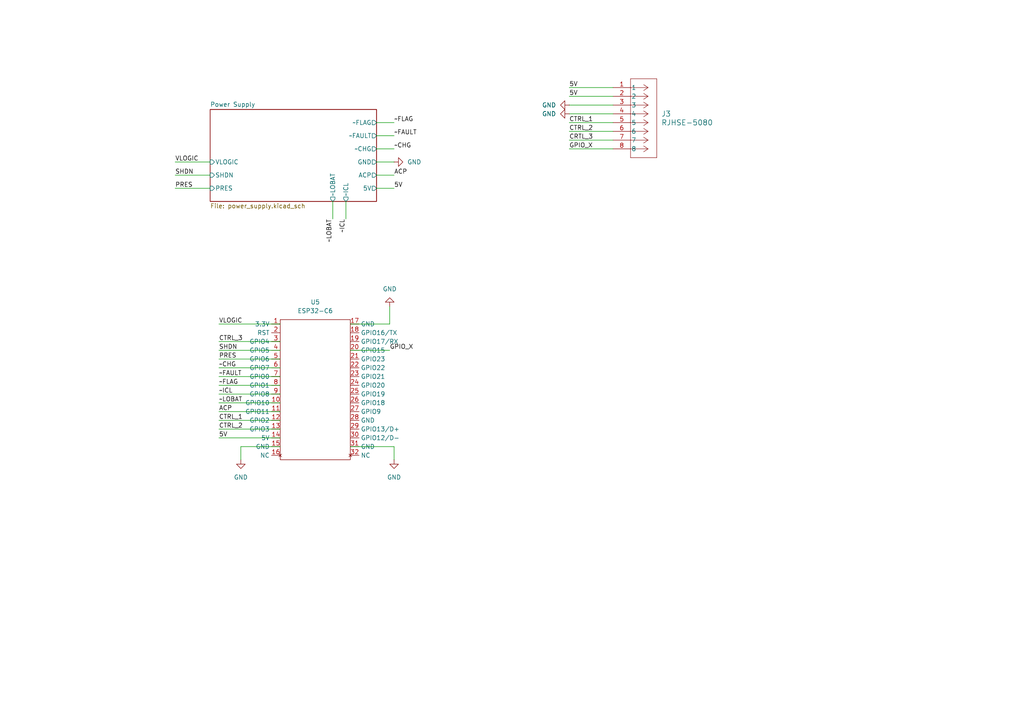
<source format=kicad_sch>
(kicad_sch (version 20250114) (generator "eeschema") (generator_version "9.0")
  (paper "A4")
  (lib_symbols
    (symbol "RJ45:RJHSE-5080" (pin_names (offset 0.254))
      (property "Reference" "J" (at 8.89 6.35 0))
      (property "Value" "RJHSE-5080" (at 0 0 0))
      (symbol "RJHSE-5080_1_1"
        (polyline (pts (xy 5.08 2.54) (xy 5.08 -20.32)) (stroke (width 0.127)))
        (polyline (pts (xy 5.08 -20.32) (xy 12.7 -20.32)) (stroke (width 0.127)))
        (polyline (pts (xy 10.16 0) (xy 5.08 0)) (stroke (width 0.127)))
        (polyline (pts (xy 10.16 0) (xy 8.89 0.8467)) (stroke (width 0.127)))
        (polyline (pts (xy 10.16 0) (xy 8.89 -0.8467)) (stroke (width 0.127)))
        (polyline (pts (xy 10.16 -2.54) (xy 5.08 -2.54)) (stroke (width 0.127)))
        (polyline (pts (xy 10.16 -2.54) (xy 8.89 -1.6933)) (stroke (width 0.127)))
        (polyline (pts (xy 10.16 -2.54) (xy 8.89 -3.3867)) (stroke (width 0.127)))
        (polyline (pts (xy 10.16 -5.08) (xy 5.08 -5.08)) (stroke (width 0.127)))
        (polyline (pts (xy 10.16 -5.08) (xy 8.89 -4.2333)) (stroke (width 0.127)))
        (polyline (pts (xy 10.16 -5.08) (xy 8.89 -5.9267)) (stroke (width 0.127)))
        (polyline (pts (xy 10.16 -7.62) (xy 5.08 -7.62)) (stroke (width 0.127)))
        (polyline (pts (xy 10.16 -7.62) (xy 8.89 -6.7733)) (stroke (width 0.127)))
        (polyline (pts (xy 10.16 -7.62) (xy 8.89 -8.4667)) (stroke (width 0.127)))
        (polyline (pts (xy 10.16 -10.16) (xy 5.08 -10.16)) (stroke (width 0.127)))
        (polyline (pts (xy 10.16 -10.16) (xy 8.89 -9.3133)) (stroke (width 0.127)))
        (polyline (pts (xy 10.16 -10.16) (xy 8.89 -11.0067)) (stroke (width 0.127)))
        (polyline (pts (xy 10.16 -12.7) (xy 5.08 -12.7)) (stroke (width 0.127)))
        (polyline (pts (xy 10.16 -12.7) (xy 8.89 -11.8533)) (stroke (width 0.127)))
        (polyline (pts (xy 10.16 -12.7) (xy 8.89 -13.5467)) (stroke (width 0.127)))
        (polyline (pts (xy 10.16 -15.24) (xy 5.08 -15.24)) (stroke (width 0.127)))
        (polyline (pts (xy 10.16 -15.24) (xy 8.89 -14.3933)) (stroke (width 0.127)))
        (polyline (pts (xy 10.16 -15.24) (xy 8.89 -16.0867)) (stroke (width 0.127)))
        (polyline (pts (xy 10.16 -17.78) (xy 5.08 -17.78)) (stroke (width 0.127)))
        (polyline (pts (xy 10.16 -17.78) (xy 8.89 -16.9333)) (stroke (width 0.127)))
        (polyline (pts (xy 10.16 -17.78) (xy 8.89 -18.6267)) (stroke (width 0.127)))
        (polyline (pts (xy 12.7 2.54) (xy 5.08 2.54)) (stroke (width 0.127)))
        (polyline (pts (xy 12.7 -20.32) (xy 12.7 2.54)) (stroke (width 0.127)))
        (pin unspecified line (at 0 0 0) (length 5.08) (name "1") (number "1"))
        (pin unspecified line (at 0 -2.54 0) (length 5.08) (name "2") (number "2"))
        (pin unspecified line (at 0 -5.08 0) (length 5.08) (name "3") (number "3"))
        (pin unspecified line (at 0 -7.62 0) (length 5.08) (name "4") (number "4"))
        (pin unspecified line (at 0 -10.16 0) (length 5.08) (name "5") (number "5"))
        (pin unspecified line (at 0 -12.7 0) (length 5.08) (name "6") (number "6"))
        (pin unspecified line (at 0 -15.24 0) (length 5.08) (name "7") (number "7"))
        (pin unspecified line (at 0 -17.78 0) (length 5.08) (name "8") (number "8"))
      )
      (symbol "RJHSE-5080_1_2"
        (polyline (pts (xy 5.08 2.54) (xy 5.08 -20.32)) (stroke (width 0.127)))
        (polyline (pts (xy 5.08 -20.32) (xy 12.7 -20.32)) (stroke (width 0.127)))
        (polyline (pts (xy 7.62 0) (xy 5.08 0)) (stroke (width 0.127)))
        (polyline (pts (xy 7.62 0) (xy 8.89 0.8467)) (stroke (width 0.127)))
        (polyline (pts (xy 7.62 0) (xy 8.89 -0.8467)) (stroke (width 0.127)))
        (polyline (pts (xy 7.62 -2.54) (xy 5.08 -2.54)) (stroke (width 0.127)))
        (polyline (pts (xy 7.62 -2.54) (xy 8.89 -1.6933)) (stroke (width 0.127)))
        (polyline (pts (xy 7.62 -2.54) (xy 8.89 -3.3867)) (stroke (width 0.127)))
        (polyline (pts (xy 7.62 -5.08) (xy 5.08 -5.08)) (stroke (width 0.127)))
        (polyline (pts (xy 7.62 -5.08) (xy 8.89 -4.2333)) (stroke (width 0.127)))
        (polyline (pts (xy 7.62 -5.08) (xy 8.89 -5.9267)) (stroke (width 0.127)))
        (polyline (pts (xy 7.62 -7.62) (xy 5.08 -7.62)) (stroke (width 0.127)))
        (polyline (pts (xy 7.62 -7.62) (xy 8.89 -6.7733)) (stroke (width 0.127)))
        (polyline (pts (xy 7.62 -7.62) (xy 8.89 -8.4667)) (stroke (width 0.127)))
        (polyline (pts (xy 7.62 -10.16) (xy 5.08 -10.16)) (stroke (width 0.127)))
        (polyline (pts (xy 7.62 -10.16) (xy 8.89 -9.3133)) (stroke (width 0.127)))
        (polyline (pts (xy 7.62 -10.16) (xy 8.89 -11.0067)) (stroke (width 0.127)))
        (polyline (pts (xy 7.62 -12.7) (xy 5.08 -12.7)) (stroke (width 0.127)))
        (polyline (pts (xy 7.62 -12.7) (xy 8.89 -11.8533)) (stroke (width 0.127)))
        (polyline (pts (xy 7.62 -12.7) (xy 8.89 -13.5467)) (stroke (width 0.127)))
        (polyline (pts (xy 7.62 -15.24) (xy 5.08 -15.24)) (stroke (width 0.127)))
        (polyline (pts (xy 7.62 -15.24) (xy 8.89 -14.3933)) (stroke (width 0.127)))
        (polyline (pts (xy 7.62 -15.24) (xy 8.89 -16.0867)) (stroke (width 0.127)))
        (polyline (pts (xy 7.62 -17.78) (xy 5.08 -17.78)) (stroke (width 0.127)))
        (polyline (pts (xy 7.62 -17.78) (xy 8.89 -16.9333)) (stroke (width 0.127)))
        (polyline (pts (xy 7.62 -17.78) (xy 8.89 -18.6267)) (stroke (width 0.127)))
        (polyline (pts (xy 12.7 2.54) (xy 5.08 2.54)) (stroke (width 0.127)))
        (polyline (pts (xy 12.7 -20.32) (xy 12.7 2.54)) (stroke (width 0.127)))
        (pin unspecified line (at 0 0 0) (length 5.08) (name "1") (number "1"))
        (pin unspecified line (at 0 -2.54 0) (length 5.08) (name "2") (number "2"))
        (pin unspecified line (at 0 -5.08 0) (length 5.08) (name "3") (number "3"))
        (pin unspecified line (at 0 -7.62 0) (length 5.08) (name "4") (number "4"))
        (pin unspecified line (at 0 -10.16 0) (length 5.08) (name "5") (number "5"))
        (pin unspecified line (at 0 -12.7 0) (length 5.08) (name "6") (number "6"))
        (pin unspecified line (at 0 -15.24 0) (length 5.08) (name "7") (number "7"))
        (pin unspecified line (at 0 -17.78 0) (length 5.08) (name "8") (number "8"))
      )
    )
    (symbol "SWM Components:ESP32-C6"
      (property "Reference" "U" (at 0 0 0))
      (symbol "ESP32-C6_0_1"
        (rectangle (start -10.16 -1.27) (end 10.16 -41.91))
      )
      (symbol "ESP32-C6_1_1"
        (pin passive line (at -10.16 -2.54 180) (length 2.54) (name "3.3V") (number "1"))
        (pin input line (at -10.16 -5.08 180) (length 2.54) (name "RST") (number "2"))
        (pin bidirectional line (at -10.16 -7.62 180) (length 2.54) (name "GPIO4") (number "3"))
        (pin bidirectional line (at -10.16 -10.16 180) (length 2.54) (name "GPIO5") (number "4"))
        (pin bidirectional line (at -10.16 -12.7 180) (length 2.54) (name "GPIO6") (number "5"))
        (pin bidirectional line (at -10.16 -15.24 180) (length 2.54) (name "GPIO7") (number "6"))
        (pin bidirectional line (at -10.16 -17.78 180) (length 2.54) (name "GPIO0") (number "7"))
        (pin bidirectional line (at -10.16 -20.32 180) (length 2.54) (name "GPIO1") (number "8"))
        (pin bidirectional line (at -10.16 -22.86 180) (length 2.54) (name "GPIO8") (number "9"))
        (pin bidirectional line (at -10.16 -25.4 180) (length 2.54) (name "GPIO10") (number "10"))
        (pin bidirectional line (at -10.16 -27.94 180) (length 2.54) (name "GPIO11") (number "11"))
        (pin bidirectional line (at -10.16 -30.48 180) (length 2.54) (name "GPIO2") (number "12"))
        (pin bidirectional line (at -10.16 -33.02 180) (length 2.54) (name "GPIO3") (number "13"))
        (pin passive line (at -10.16 -35.56 180) (length 2.54) (name "5V") (number "14"))
        (pin passive line (at -10.16 -38.1 180) (length 2.54) (name "GND") (number "15"))
        (pin no_connect line (at -10.16 -40.64 180) (length 2.54) (name "NC") (number "16"))
        (pin passive line (at 10.16 -2.54 0) (length 2.54) (name "GND") (number "17"))
        (pin bidirectional line (at 10.16 -5.08 0) (length 2.54) (name "GPIO16/TX") (number "18"))
        (pin bidirectional line (at 10.16 -7.62 0) (length 2.54) (name "GPIO17/RX") (number "19"))
        (pin bidirectional line (at 10.16 -10.16 0) (length 2.54) (name "GPIO15") (number "20"))
        (pin bidirectional line (at 10.16 -12.7 0) (length 2.54) (name "GPIO23") (number "21"))
        (pin bidirectional line (at 10.16 -15.24 0) (length 2.54) (name "GPIO22") (number "22"))
        (pin bidirectional line (at 10.16 -17.78 0) (length 2.54) (name "GPIO21") (number "23"))
        (pin bidirectional line (at 10.16 -20.32 0) (length 2.54) (name "GPIO20") (number "24"))
        (pin bidirectional line (at 10.16 -22.86 0) (length 2.54) (name "GPIO19") (number "25"))
        (pin bidirectional line (at 10.16 -25.4 0) (length 2.54) (name "GPIO18") (number "26"))
        (pin bidirectional line (at 10.16 -27.94 0) (length 2.54) (name "GPIO9") (number "27"))
        (pin passive line (at 10.16 -30.48 0) (length 2.54) (name "GND") (number "28"))
        (pin bidirectional line (at 10.16 -33.02 0) (length 2.54) (name "GPIO13/D+") (number "29"))
        (pin bidirectional line (at 10.16 -35.56 0) (length 2.54) (name "GPIO12/D-") (number "30"))
        (pin bidirectional line (at 10.16 -38.1 0) (length 2.54) (name "GND") (number "31"))
        (pin no_connect line (at 10.16 -40.64 0) (length 2.54) (name "NC") (number "32"))
      )
    )
    (symbol "power:GND" (power) (pin_numbers (hide yes)) (pin_names (offset 0) (hide yes))
      (property "Value" "GND" (at 0 -3.81 0))
      (symbol "GND_0_1"
        (polyline (pts (xy 0 0) (xy 0 -1.27) (xy 1.27 -1.27) (xy 0 -2.54) (xy -1.27 -1.27) (xy 0 -1.27)))
      )
      (symbol "GND_1_1"
        (pin power_in line (at 0 0 270) (length 0) (name "~") (number "1"))
      )
    )
  )
  (wire (pts (xy 63.5 124.46) (xy 81.28 124.46)))
  (wire (pts (xy 101.6 101.6) (xy 113.03 101.6)))
  (wire (pts (xy 165.1 40.64) (xy 177.8 40.64)))
  (wire (pts (xy 101.6 129.54) (xy 114.3 129.54)))
  (wire (pts (xy 96.52 58.42) (xy 96.52 63.5)))
  (wire (pts (xy 165.1 30.48) (xy 177.8 30.48)))
  (wire (pts (xy 109.22 54.61) (xy 114.3 54.61)))
  (wire (pts (xy 63.5 119.38) (xy 81.28 119.38)))
  (wire (pts (xy 165.1 25.4) (xy 177.8 25.4)))
  (wire (pts (xy 63.5 127) (xy 81.28 127)))
  (wire (pts (xy 109.22 46.99) (xy 114.3 46.99)))
  (wire (pts (xy 81.28 129.54) (xy 69.85 129.54)))
  (wire (pts (xy 100.33 58.42) (xy 100.33 63.5)))
  (wire (pts (xy 50.8 50.8) (xy 60.96 50.8)))
  (wire (pts (xy 63.5 111.76) (xy 81.28 111.76)))
  (wire (pts (xy 101.6 93.98) (xy 113.03 93.98)))
  (wire (pts (xy 165.1 43.18) (xy 177.8 43.18)))
  (wire (pts (xy 109.22 50.8) (xy 114.3 50.8)))
  (wire (pts (xy 63.5 99.06) (xy 81.28 99.06)))
  (wire (pts (xy 165.1 35.56) (xy 177.8 35.56)))
  (wire (pts (xy 63.5 106.68) (xy 81.28 106.68)))
  (wire (pts (xy 63.5 104.14) (xy 81.28 104.14)))
  (wire (pts (xy 63.5 114.3) (xy 81.28 114.3)))
  (wire (pts (xy 165.1 27.94) (xy 177.8 27.94)))
  (wire (pts (xy 63.5 109.22) (xy 81.28 109.22)))
  (wire (pts (xy 63.5 116.84) (xy 81.28 116.84)))
  (wire (pts (xy 50.8 54.61) (xy 60.96 54.61)))
  (wire (pts (xy 114.3 129.54) (xy 114.3 133.35)))
  (wire (pts (xy 63.5 121.92) (xy 81.28 121.92)))
  (wire (pts (xy 63.5 101.6) (xy 81.28 101.6)))
  (wire (pts (xy 109.22 39.37) (xy 114.3 39.37)))
  (wire (pts (xy 109.22 35.56) (xy 114.3 35.56)))
  (wire (pts (xy 109.22 43.18) (xy 114.3 43.18)))
  (wire (pts (xy 113.03 88.9) (xy 113.03 93.98)))
  (wire (pts (xy 69.85 129.54) (xy 69.85 133.35)))
  (wire (pts (xy 165.1 38.1) (xy 177.8 38.1)))
  (wire (pts (xy 50.8 46.99) (xy 60.96 46.99)))
  (wire (pts (xy 63.5 93.98) (xy 81.28 93.98)))
  (wire (pts (xy 165.1 33.02) (xy 177.8 33.02)))
  (label "CTRL_2" (at 63.5 124.46 0))
  (label "CTRL_2" (at 165.1 38.1 0))
  (label "SHDN" (at 63.5 101.6 0))
  (label "GPIO_X" (at 165.1 43.18 0))
  (label "PRES" (at 63.5 104.14 0))
  (label "CTRL_1" (at 165.1 35.56 0))
  (label "5V" (at 165.1 27.94 0))
  (label "~LOBAT" (at 63.5 116.84 0))
  (label "~FLAG" (at 63.5 111.76 0))
  (label "SHDN" (at 50.8 50.8 0))
  (label "5V" (at 63.5 127 0))
  (label "VLOGIC" (at 63.5 93.98 0))
  (label "ACP" (at 114.3 50.8 0))
  (label "~CHG" (at 63.5 106.68 0))
  (label "~CHG" (at 114.3 43.18 0))
  (label "ACP" (at 63.5 119.38 0))
  (label "GPIO_X" (at 113.03 101.6 0))
  (label "CRTL_3" (at 165.1 40.64 0))
  (label "~FAULT" (at 114.3 39.37 0))
  (label "~LOBAT" (at 96.52 63.5 270))
  (label "~FLAG" (at 114.3 35.56 0))
  (label "PRES" (at 50.8 54.61 0))
  (label "VLOGIC" (at 50.8 46.99 0))
  (label "5V" (at 114.3 54.61 0))
  (label "~ICL" (at 100.33 63.5 270))
  (label "~ICL" (at 63.5 114.3 0))
  (label "CTRL_3" (at 63.5 99.06 0))
  (label "5V" (at 165.1 25.4 0))
  (label "~FAULT" (at 63.5 109.22 0))
  (label "CTRL_1" (at 63.5 121.92 0))
  (symbol (lib_id "power:GND") (at 165.1 30.48 270) (unit 1)
    (property "Reference" "#PWR025" (effects (hide yes)))
    (property "Value" "GND" (at 161.29 30.4799 90) (effects (justify right)))
    (property "Description" "Power symbol creates a global label with name \"GND\" , ground" (effects (hide yes)))
  )
  (symbol (lib_id "RJ45:RJHSE-5080") (at 177.8 25.4 0) (unit 1)
    (property "Reference" "J3" (at 191.77 33.0199 0) (effects (font (size 1.524 1.524)) (justify left)))
    (property "Value" "RJHSE-5080" (at 191.77 35.5599 0) (effects (font (size 1.524 1.524)) (justify left)))
    (property "Footprint" "CONN_RJSBE5080_16P13X12P57_AMP" (effects (hide yes)))
    (property "Datasheet" "RJHSE-5080" (effects (hide yes)))
  )
  (symbol (lib_id "power:GND") (at 114.3 133.35 0) (unit 1)
    (property "Reference" "#PWR022" (effects (hide yes)))
    (property "Value" "GND" (at 114.3 138.43 0))
    (property "Description" "Power symbol creates a global label with name \"GND\" , ground" (effects (hide yes)))
  )
  (symbol (lib_id "power:GND") (at 114.3 46.99 90) (unit 1)
    (property "Reference" "#PWR021" (effects (hide yes)))
    (property "Value" "GND" (at 118.11 46.9899 90) (effects (justify right)))
    (property "Description" "Power symbol creates a global label with name \"GND\" , ground" (effects (hide yes)))
  )
  (symbol (lib_id "power:GND") (at 165.1 33.02 270) (unit 1)
    (property "Reference" "#PWR026" (effects (hide yes)))
    (property "Value" "GND" (at 161.29 33.0199 90) (effects (justify right)))
    (property "Description" "Power symbol creates a global label with name \"GND\" , ground" (effects (hide yes)))
  )
  (symbol (lib_id "power:GND") (at 113.03 88.9 180) (unit 1)
    (property "Reference" "#PWR024" (effects (hide yes)))
    (property "Value" "GND" (at 113.03 83.82 0))
    (property "Description" "Power symbol creates a global label with name \"GND\" , ground" (effects (hide yes)))
  )
  (symbol (lib_id "SWM Components:ESP32-C6") (at 91.44 91.44 0) (unit 1)
    (property "Reference" "U5" (at 91.44 87.63 0))
    (property "Value" "ESP32-C6" (at 91.44 90.17 0))
    (property "Footprint" "ESP32-C6:E" (effects (hide yes)))
  )
  (symbol (lib_id "power:GND") (at 69.85 133.35 0) (unit 1)
    (property "Reference" "#PWR023" (effects (hide yes)))
    (property "Value" "GND" (at 69.85 138.43 0))
    (property "Description" "Power symbol creates a global label with name \"GND\" , ground" (effects (hide yes)))
  )
  (sheet (at 60.96 31.75) (size 48.26 26.67) (stroke (width 0.1524))
    (property "Sheetname" "Power Supply" (at 60.96 31.0384 0) (effects (justify left bottom)))
    (property "Sheetfile" "power_supply.kicad_sch" (at 60.96 59.0046 0) (effects (justify left top)))
    (pin "5V" output (at 109.22 54.61 0))
    (pin "ACP" output (at 109.22 50.8 0))
    (pin "GND" output (at 109.22 46.99 0))
    (pin "PRES" input (at 60.96 54.61 180))
    (pin "SHDN" input (at 60.96 50.8 180))
    (pin "VLOGIC" input (at 60.96 46.99 180))
    (pin "~CHG" output (at 109.22 43.18 0))
    (pin "~FAULT" output (at 109.22 39.37 0))
    (pin "~FLAG" output (at 109.22 35.56 0))
    (pin "~ICL" output (at 100.33 58.42 270))
    (pin "~LOBAT" output (at 96.52 58.42 270))
  )
)
</source>
